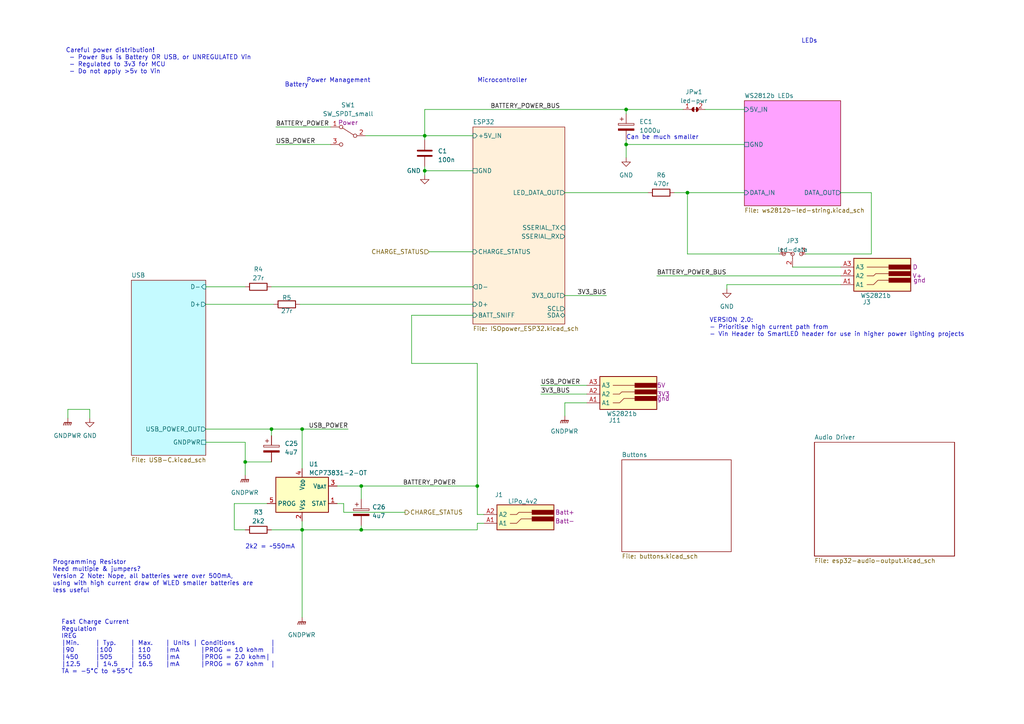
<source format=kicad_sch>
(kicad_sch (version 20230121) (generator eeschema)
  (paper "A4")
  (lib_symbols
    (symbol "000-edge-connectors-immo:2-pin-edge-touch" (in_bom no)
      (property "Reference" "J2" (at -6.35 7.62 0))
      (property "Value" "2-pin-edge-touch" (at 1.27 5.08 0))
      (property "PIN1" "1" (at 8.636 0 0))
      (property "PIN2" "2" (at 8.636 -2.032 0))
      (symbol "2-pin-edge-touch_0_1"
        (rectangle (start -8.89 3.175) (end 7.62 -4.064) (stroke (width 0.254)) (fill (type background)))
        (polyline (pts (xy -5.08 -1.27) (xy -3.175 -1.27) (xy -2.54 -1.905) (xy 1.27 -1.905)))
        (polyline (pts (xy -5.08 1.27) (xy -3.175 1.27) (xy -1.905 0) (xy 1.27 0)))
        (rectangle (start 1.27 -1.27) (end 7.62 -2.54) (fill (type color) (color 132 0 0 1)))
        (rectangle (start 1.27 0.635) (end 7.62 -0.635) (fill (type color) (color 132 0 0 1)))
      )
      (symbol "2-pin-edge-touch_1_1"
        (pin passive line (at -12.7 1.27 0) (length 3.81) (name "A1") (number "A1"))
        (pin passive line (at -12.7 -1.27 0) (length 3.81) (name "A2") (number "A2"))
      )
    )
    (symbol "000-edge-connectors-immo:3-pin-edge-touch" (in_bom no)
      (property "Reference" "J2" (at 1.905 8.89 0))
      (property "Value" "3-pin-edge-touch" (at 1.905 6.35 0))
      (property "PIN1" "1" (at 5.08 1.27 0))
      (property "PIN2" "2" (at 4.8952 -0.6961 0))
      (property "PIN3" "3" (at 5.08 -2.54 0))
      (symbol "3-pin-edge-touch_0_1"
        (rectangle (start -12.7 4.445) (end 3.81 -5.08) (stroke (width 0.254)) (fill (type background)))
        (rectangle (start -2.54 -1.905) (end 3.81 -3.175) (fill (type color) (color 132 0 0 1)))
        (rectangle (start -2.54 0) (end 3.81 -1.27) (fill (type color) (color 132 0 0 1)))
        (rectangle (start -2.54 1.905) (end 3.81 0.635) (fill (type color) (color 132 0 0 1)))
        (polyline (pts (xy -8.89 -2.54) (xy -2.54 -2.54)))
        (polyline (pts (xy -8.89 0) (xy -6.985 0) (xy -6.35 -0.635) (xy -2.54 -0.635)))
        (polyline (pts (xy -8.89 2.54) (xy -6.985 2.54) (xy -5.715 1.27) (xy -2.54 1.27)))
      )
      (symbol "3-pin-edge-touch_1_1"
        (pin passive line (at -16.51 2.54 0) (length 3.81) (name "A1") (number "A1"))
        (pin passive line (at -16.51 0 0) (length 3.81) (name "A2") (number "A2"))
        (pin passive line (at -16.51 -2.54 0) (length 3.81) (name "A3") (number "A3"))
      )
    )
    (symbol "000_Capacitor_Electrolytic_Immo:1000uF" (pin_numbers hide) (pin_names (offset 0.254))
      (property "Reference" "EC" (at 0.635 2.54 0))
      (property "Value" "1000uF" (at 0.635 -2.54 0))
      (symbol "1000uF_0_1"
        (rectangle (start -2.286 0.508) (end 2.286 1.016))
        (polyline (pts (xy -1.778 2.286) (xy -0.762 2.286)))
        (polyline (pts (xy -1.27 2.794) (xy -1.27 1.778)))
        (rectangle (start 2.286 -0.508) (end -2.286 -1.016) (fill (type outline)))
      )
      (symbol "1000uF_1_1"
        (pin passive line (at 0 3.81 270) (length 2.794) (name "~") (number "1"))
        (pin passive line (at 0 -3.81 90) (length 2.794) (name "~") (number "2"))
      )
    )
    (symbol "000_Capacitor_Film_Immo:100n" (pin_numbers hide) (pin_names (offset 0.254))
      (property "Reference" "C" (at 0.635 2.54 0))
      (property "Value" "100n" (at 0.635 -2.54 0))
      (symbol "100n_0_1"
        (polyline (pts (xy -2.032 -0.762) (xy 2.032 -0.762)) (stroke (width 0.508)))
        (polyline (pts (xy -2.032 0.762) (xy 2.032 0.762)) (stroke (width 0.508)))
      )
      (symbol "100n_1_1"
        (pin passive line (at 0 3.81 270) (length 2.794) (name "~") (number "1"))
        (pin passive line (at 0 -3.81 90) (length 2.794) (name "~") (number "2"))
      )
    )
    (symbol "000_Capacitor_Film_Immo:4u7_tantalum" (pin_numbers hide) (pin_names (offset 0.254))
      (property "Reference" "C" (at 0.635 2.54 0))
      (property "Value" "4u7_tantalum" (at 0.635 -2.54 0))
      (symbol "4u7_tantalum_0_1"
        (rectangle (start -2.286 -0.508) (end 2.286 -1.016) (fill (type outline)))
        (rectangle (start -2.286 0.508) (end 2.286 1.016))
        (polyline (pts (xy -1.778 2.286) (xy -0.762 2.286)))
        (polyline (pts (xy -1.27 2.794) (xy -1.27 1.778)))
      )
      (symbol "4u7_tantalum_1_1"
        (pin passive line (at 0 3.81 270) (length 2.794) (name "~") (number "1"))
        (pin passive line (at 0 -3.81 90) (length 2.794) (name "~") (number "2"))
      )
    )
    (symbol "000_Connectors_Immo:Jumper_2_Bridge_Small" (pin_names (offset 0) hide)
      (property "Reference" "JP" (at 0 2.794 0))
      (property "Value" "Jumper_2_Bridge_Small" (at 0 -3.175 0))
      (symbol "Jumper_2_Bridge_Small_0_1"
        (arc (start -0.0042 0.6351) (mid -0.6351 0.0057) (end -0.0155 -0.6349) (fill (type outline)))
        (polyline (pts (xy -1.27 0) (xy 0 0)) (stroke (width 0.09)))
        (polyline (pts (xy 0 0) (xy 0.635 0)))
        (polyline (pts (xy 0 0.635) (xy 0 -0.635)))
        (polyline (pts (xy 0.635 0.635) (xy 0.635 -0.635)))
        (arc (start 0.6392 -0.6351) (mid 1.2701 -0.0057) (end 0.6505 0.6349) (fill (type outline)))
      )
      (symbol "Jumper_2_Bridge_Small_1_1"
        (pin passive line (at -3.175 0 0) (length 2.54) (name "A") (number "1"))
        (pin passive line (at 3.175 0 180) (length 2.54) (name "B") (number "2"))
      )
    )
    (symbol "000_Connectors_Immo:Jumper_3_Bridged12" (pin_names (offset 0) hide)
      (property "Reference" "JP" (at -2.54 -2.54 0))
      (property "Value" "Jumper_3_Bridged12" (at 0 2.794 0))
      (symbol "Jumper_3_Bridged12_0_0"
        (circle (center -2.54 0) (radius 0.508))
        (circle (center 0 0) (radius 0.508))
        (circle (center 2.54 0) (radius 0.508))
      )
      (symbol "Jumper_3_Bridged12_0_1"
        (arc (start 0 -0.0807) (mid -1.27 0.4699) (end -2.54 -0.0807))
        (polyline (pts (xy 0 -1.27) (xy 0 -0.508)))
      )
      (symbol "Jumper_3_Bridged12_1_1"
        (pin passive line (at -3.81 0 0) (length 1.27) (name "A") (number "1"))
        (pin input line (at 0 -3.81 90) (length 2.54) (name "C") (number "2"))
        (pin passive line (at 3.81 0 180) (length 1.27) (name "B") (number "3"))
      )
    )
    (symbol "000_IC_immo:MCP73831-2-OT-batt-management"
      (property "Reference" "U" (at -7.62 6.35 0))
      (property "Value" "MCP73831-2-OT-batt-management" (at 1.27 6.35 0))
      (symbol "MCP73831-2-OT-batt-management_0_1"
        (rectangle (start -7.62 5.08) (end 7.62 -5.08) (stroke (width 0.254)) (fill (type background)))
      )
      (symbol "MCP73831-2-OT-batt-management_1_1"
        (pin output line (at 10.16 -2.54 180) (length 2.54) (name "STAT") (number "1"))
        (pin power_in line (at 0 -7.62 90) (length 2.54) (name "V_{SS}") (number "2"))
        (pin power_out line (at 10.16 2.54 180) (length 2.54) (name "V_{BAT}") (number "3"))
        (pin power_in line (at 0 7.62 270) (length 2.54) (name "V_{DD}") (number "4"))
        (pin input line (at -10.16 -2.54 0) (length 2.54) (name "PROG") (number "5"))
      )
    )
    (symbol "000_Resistors_Immo:27r" (pin_numbers hide) (pin_names (offset 0))
      (property "Reference" "R?" (at -2.54 3.81 0))
      (property "Value" "27r" (at -5.08 2.54 0))
      (symbol "27r_0_1"
        (rectangle (start 2.54 -1.016) (end -2.54 1.016) (stroke (width 0.254)))
      )
      (symbol "27r_1_1"
        (pin passive line (at -3.81 0 0) (length 1.27) (name "~") (number "1"))
        (pin passive line (at 3.81 0 180) (length 1.27) (name "~") (number "2"))
      )
    )
    (symbol "000_Resistors_Immo:2k2" (pin_numbers hide) (pin_names (offset 0))
      (property "Reference" "R?" (at -2.54 3.81 0))
      (property "Value" "2k2" (at -5.08 2.54 0))
      (symbol "2k2_0_1"
        (rectangle (start 2.54 -1.016) (end -2.54 1.016) (stroke (width 0.254)))
      )
      (symbol "2k2_1_1"
        (pin passive line (at -3.81 0 0) (length 1.27) (name "~") (number "1"))
        (pin passive line (at 3.81 0 180) (length 1.27) (name "~") (number "2"))
      )
    )
    (symbol "000_Resistors_Immo:470r" (pin_numbers hide) (pin_names (offset 0))
      (property "Reference" "R?" (at -2.54 3.81 0))
      (property "Value" "470r" (at -5.08 2.54 0))
      (symbol "470r_0_1"
        (rectangle (start 2.54 -1.016) (end -2.54 1.016) (stroke (width 0.254)))
      )
      (symbol "470r_1_1"
        (pin passive line (at -3.81 0 0) (length 1.27) (name "~") (number "1"))
        (pin passive line (at 3.81 0 180) (length 1.27) (name "~") (number "2"))
      )
    )
    (symbol "000_Switches_Immo:SW_SPDT_small" (pin_names (offset 0) hide)
      (property "Reference" "SW" (at 0 4.318 0))
      (property "Value" "SW_SPDT_small" (at 0 -5.08 0))
      (property "NAME" "Power" (at 0 0 0))
      (symbol "SW_SPDT_small_0_0"
        (circle (center -2.032 0) (radius 0.508))
        (circle (center 2.032 -2.54) (radius 0.508))
      )
      (symbol "SW_SPDT_small_0_1"
        (polyline (pts (xy -1.524 0.254) (xy 1.651 2.286)))
        (circle (center 2.032 2.54) (radius 0.508))
      )
      (symbol "SW_SPDT_small_1_1"
        (pin passive line (at 5.08 2.54 180) (length 2.54) (name "A") (number "1"))
        (pin passive line (at -5.08 0 0) (length 2.54) (name "B") (number "2"))
        (pin passive line (at 5.08 -2.54 180) (length 2.54) (name "C") (number "3"))
      )
    )
    (symbol "power:GND" (power) (pin_names (offset 0))
      (property "Value" "GND" (at 0 -3.81 0))
      (symbol "GND_0_1"
        (polyline (pts (xy 0 0) (xy 0 -1.27) (xy 1.27 -1.27) (xy 0 -2.54) (xy -1.27 -1.27) (xy 0 -1.27)))
      )
      (symbol "GND_1_1"
        (pin power_in line (at 0 0 270) (length 0) hide (name "GND") (number "1"))
      )
    )
    (symbol "power:GNDPWR" (power) (pin_names (offset 0))
      (property "Value" "GNDPWR" (at 0 -3.302 0))
      (symbol "GNDPWR_0_1"
        (polyline (pts (xy 0 -1.27) (xy 0 0)))
        (polyline (pts (xy -1.016 -1.27) (xy -1.27 -2.032) (xy -1.27 -2.032)) (stroke (width 0.2032)))
        (polyline (pts (xy -0.508 -1.27) (xy -0.762 -2.032) (xy -0.762 -2.032)) (stroke (width 0.2032)))
        (polyline (pts (xy 0 -1.27) (xy -0.254 -2.032) (xy -0.254 -2.032)) (stroke (width 0.2032)))
        (polyline (pts (xy 0.508 -1.27) (xy 0.254 -2.032) (xy 0.254 -2.032)) (stroke (width 0.2032)))
        (polyline (pts (xy 1.016 -1.27) (xy -1.016 -1.27) (xy -1.016 -1.27)) (stroke (width 0.2032)))
        (polyline (pts (xy 1.016 -1.27) (xy 0.762 -2.032) (xy 0.762 -2.032) (xy 0.762 -2.032)) (stroke (width 0.2032)))
      )
      (symbol "GNDPWR_1_1"
        (pin power_in line (at 0 0 270) (length 0) hide (name "GNDPWR") (number "1"))
      )
    )
  )
  (junction (at 87.63 124.46))
  (junction (at 199.39 55.88))
  (junction (at 104.775 153.67))
  (junction (at 123.19 49.53))
  (junction (at 71.12 133.985))
  (junction (at 181.61 31.75))
  (junction (at 181.61 41.91))
  (junction (at 104.775 140.97))
  (junction (at 138.43 140.97))
  (junction (at 123.19 39.37))
  (junction (at 78.74 124.46))
  (junction (at 87.63 153.67))
  (wire (pts (xy 140.335 149.225) (xy 138.43 149.225)))
  (wire (pts (xy 67.945 153.67) (xy 71.12 153.67)))
  (wire (pts (xy 26.035 121.285) (xy 26.035 118.745)))
  (wire (pts (xy 87.63 153.67) (xy 104.775 153.67)))
  (wire (pts (xy 252.73 55.88) (xy 243.84 55.88)))
  (wire (pts (xy 123.19 31.75) (xy 181.61 31.75)))
  (wire (pts (xy 181.61 41.91) (xy 181.61 45.72)))
  (wire (pts (xy 124.46 73.025) (xy 137.16 73.025)))
  (wire (pts (xy 104.775 153.67) (xy 138.43 153.67)))
  (wire (pts (xy 138.43 151.765) (xy 138.43 153.67)))
  (wire (pts (xy 99.695 146.05) (xy 97.79 146.05)))
  (wire (pts (xy 181.61 31.75) (xy 181.61 33.02)))
  (wire (pts (xy 199.39 55.88) (xy 199.39 73.66)))
  (wire (pts (xy 71.12 128.27) (xy 59.69 128.27)))
  (wire (pts (xy 117.475 148.59) (xy 99.695 148.59)))
  (wire (pts (xy 78.74 153.67) (xy 87.63 153.67)))
  (wire (pts (xy 59.69 124.46) (xy 78.74 124.46)))
  (wire (pts (xy 106.045 39.37) (xy 123.19 39.37)))
  (wire (pts (xy 78.74 124.46) (xy 78.74 126.365)))
  (wire (pts (xy 104.775 140.97) (xy 138.43 140.97)))
  (wire (pts (xy 123.19 48.26) (xy 123.19 49.53)))
  (wire (pts (xy 87.63 153.67) (xy 87.63 179.07)))
  (wire (pts (xy 123.19 39.37) (xy 123.19 40.64)))
  (wire (pts (xy 71.12 133.985) (xy 71.12 137.795)))
  (wire (pts (xy 199.39 73.66) (xy 226.06 73.66)))
  (wire (pts (xy 99.695 148.59) (xy 99.695 146.05)))
  (wire (pts (xy 138.43 105.41) (xy 119.38 105.41)))
  (wire (pts (xy 252.73 73.66) (xy 252.73 55.88)))
  (wire (pts (xy 123.19 39.37) (xy 137.16 39.37)))
  (wire (pts (xy 199.39 55.88) (xy 215.9 55.88)))
  (wire (pts (xy 190.5 80.01) (xy 243.84 80.01)))
  (wire (pts (xy 87.63 124.46) (xy 87.63 135.89)))
  (wire (pts (xy 71.12 128.27) (xy 71.12 133.985)))
  (wire (pts (xy 204.47 31.75) (xy 215.9 31.75)))
  (wire (pts (xy 215.9 41.91) (xy 181.61 41.91)))
  (wire (pts (xy 19.685 118.745) (xy 26.035 118.745)))
  (wire (pts (xy 19.685 118.745) (xy 19.685 121.285)))
  (wire (pts (xy 67.945 146.05) (xy 67.945 153.67)))
  (wire (pts (xy 210.82 82.55) (xy 210.82 83.82)))
  (wire (pts (xy 71.12 133.985) (xy 78.74 133.985)))
  (wire (pts (xy 87.63 151.13) (xy 87.63 153.67)))
  (wire (pts (xy 104.775 152.4) (xy 104.775 153.67)))
  (wire (pts (xy 104.775 140.97) (xy 104.775 144.78)))
  (wire (pts (xy 59.69 83.185) (xy 71.12 83.185)))
  (wire (pts (xy 138.43 140.97) (xy 138.43 149.225)))
  (wire (pts (xy 195.58 55.88) (xy 199.39 55.88)))
  (wire (pts (xy 59.69 88.265) (xy 79.375 88.265)))
  (wire (pts (xy 119.38 91.44) (xy 137.16 91.44)))
  (wire (pts (xy 86.995 88.265) (xy 137.16 88.265)))
  (wire (pts (xy 67.945 146.05) (xy 77.47 146.05)))
  (wire (pts (xy 156.845 114.3) (xy 170.18 114.3)))
  (wire (pts (xy 78.74 83.185) (xy 137.16 83.185)))
  (wire (pts (xy 119.38 105.41) (xy 119.38 91.44)))
  (wire (pts (xy 78.74 124.46) (xy 87.63 124.46)))
  (wire (pts (xy 100.965 124.46) (xy 87.63 124.46)))
  (wire (pts (xy 123.19 31.75) (xy 123.19 39.37)))
  (wire (pts (xy 156.845 111.76) (xy 170.18 111.76)))
  (wire (pts (xy 163.83 120.65) (xy 163.83 116.84)))
  (wire (pts (xy 123.19 49.53) (xy 137.16 49.53)))
  (wire (pts (xy 210.82 82.55) (xy 243.84 82.55)))
  (wire (pts (xy 140.335 151.765) (xy 138.43 151.765)))
  (wire (pts (xy 233.68 73.66) (xy 252.73 73.66)))
  (wire (pts (xy 163.83 85.725) (xy 175.895 85.725)))
  (wire (pts (xy 229.87 77.47) (xy 243.84 77.47)))
  (wire (pts (xy 138.43 140.97) (xy 138.43 105.41)))
  (wire (pts (xy 163.83 55.88) (xy 187.96 55.88)))
  (wire (pts (xy 80.01 36.83) (xy 95.885 36.83)))
  (wire (pts (xy 181.61 31.75) (xy 198.12 31.75)))
  (wire (pts (xy 123.19 49.53) (xy 123.19 50.8)))
  (wire (pts (xy 80.01 41.91) (xy 95.885 41.91)))
  (wire (pts (xy 97.79 140.97) (xy 104.775 140.97)))
  (wire (pts (xy 181.61 40.64) (xy 181.61 41.91)))
  (wire (pts (xy 163.83 116.84) (xy 170.18 116.84)))
  (text "Fast Charge Current\nRegulation\nIREG\n|Min. 	| Typ. 	| Max. 	| Units | Conditions	|\n|90 	|100	| 110 	|mA 	|PROG = 10 kohm	|\n|450 	|505	| 550	|mA		|PROG = 2.0 kohm|\n|12.5	| 14.5	| 16.5	|mA		|PROG = 67 kohm	|\nTA = -5°C to +55°C" (at 17.78 195.58 0) (effects (font (size 1.27 1.27)) (justify left bottom)))
  (text "LEDs" (at 232.41 12.7 0) (effects (font (size 1.27 1.27)) (justify left bottom)))
  (text "Microcontroller" (at 138.43 24.13 0) (effects (font (size 1.27 1.27)) (justify left bottom)))
  (text "Programming Resistor\nNeed multiple & jumpers?\nVersion 2 Note: Nope, all batteries were over 500mA,\nusing with high current draw of WLED smaller batteries are\nless useful" (at 15.24 172.085 0) (effects (font (size 1.27 1.27)) (justify left bottom)))
  (text "Careful power distribution!\n - Power Bus is Battery OR USB, or UNREGULATED Vin\n - Regulated to 3v3 for MCU\n - Do not apply >5v to Vin" (at 19.05 21.59 0) (effects (font (size 1.27 1.27)) (justify left bottom)))
  (text "Can be much smaller" (at 181.61 40.64 0) (effects (font (size 1.27 1.27)) (justify left bottom)))
  (text "Battery" (at 82.55 25.4 0) (effects (font (size 1.27 1.27)) (justify left bottom)))
  (text "2k2 = ~550mA" (at 71.12 159.385 0) (effects (font (size 1.27 1.27)) (justify left bottom)))
  (text "Power Management" (at 88.9 24.13 0) (effects (font (size 1.27 1.27)) (justify left bottom)))
  (text "VERSION 2.0:\n- Prioritise high current path from \n- Vin Header to SmartLED header for use in higher power lighting projects\n" (at 205.74 97.79 0) (effects (font (size 1.27 1.27)) (justify left bottom)))
  (label "BATTERY_POWER" (at 80.01 36.83 0))
  (label "3V3_BUS" (at 156.845 114.3 0))
  (label "USB_POWER" (at 80.01 41.91 0))
  (label "3V3_BUS" (at 175.895 85.725 180))
  (label "USB_POWER" (at 156.845 111.76 0))
  (label "USB_POWER" (at 100.965 124.46 180))
  (label "BATTERY_POWER" (at 116.84 140.97 0))
  (label "BATTERY_POWER_BUS" (at 190.5 80.01 0))
  (label "BATTERY_POWER_BUS" (at 142.24 31.75 0))
  (hierarchical_label "CHARGE_STATUS" (shape output) (at 117.475 148.59 0))
  (hierarchical_label "CHARGE_STATUS" (shape input) (at 124.46 73.025 180))
  (symbol (lib_id "000_Resistors_Immo:27r") (at 74.93 83.185 180) (unit 1)
    (property "Reference" "R4" (at 74.93 78.105 0))
    (property "Value" "27r" (at 74.93 80.645 0))
    (property "Footprint" "Resistor_SMD:R_0805_2012Metric_Pad1.20x1.40mm_HandSolder" (effects hide))
    (property "JLCpart" "C779975" (effects hide))
    (property "Cost" "0.002" (effects hide))
  )
  (symbol (lib_id "000_Capacitor_Electrolytic_Immo:1000uF") (at 181.61 36.83 0) (unit 1)
    (property "Reference" "EC1" (at 185.42 35.306 0) (effects (justify left)))
    (property "Value" "1000u" (at 185.42 37.846 0) (effects (justify left)))
    (property "Footprint" "Capacitor_SMD:CP_Elec_10x10" (effects hide))
    (property "JLCpart" "C134726" (effects hide))
    (property "Cost" "0.1866" (effects hide))
  )
  (symbol (lib_id "power:GND") (at 26.035 121.285 0) (unit 1)
    (property "Reference" "#PWR09" (effects hide))
    (property "Value" "GND" (at 26.035 126.365 0))
  )
  (symbol (lib_id "000_Resistors_Immo:470r") (at 191.77 55.88 180) (unit 1)
    (property "Reference" "R6" (at 191.77 50.8 0))
    (property "Value" "470r" (at 191.77 53.34 0))
    (property "Footprint" "Resistor_SMD:R_0805_2012Metric_Pad1.20x1.40mm_HandSolder" (effects hide))
    (property "JLCpart" "C280020" (effects hide))
    (property "Cost" "0.0027" (effects hide))
  )
  (symbol (lib_id "power:GND") (at 123.19 50.8 0) (unit 1)
    (property "Reference" "#PWR03" (effects hide))
    (property "Value" "GND" (at 120.015 49.53 0))
  )
  (symbol (lib_id "power:GND") (at 181.61 45.72 0) (unit 1)
    (property "Reference" "#PWR04" (effects hide))
    (property "Value" "GND" (at 181.61 50.8 0))
  )
  (symbol (lib_id "000_Connectors_Immo:Jumper_2_Bridge_Small") (at 201.295 31.75 0) (unit 1) (in_bom no)
    (property "Reference" "JPw1" (at 201.2725 26.67 0))
    (property "Value" "led-pwr" (at 201.2725 29.21 0))
    (property "Footprint" "Jumper:SolderJumper-2_P1.3mm_Bridged_RoundedPad1.0x1.5mm" (effects hide))
  )
  (symbol (lib_id "power:GNDPWR") (at 71.12 137.795 0) (unit 1)
    (property "Reference" "#PWR01" (effects hide))
    (property "Value" "GNDPWR" (at 70.993 142.875 0))
  )
  (symbol (lib_id "000_Switches_Immo:SW_SPDT_small") (at 100.965 39.37 0) (mirror y) (unit 1)
    (property "Reference" "SW1" (at 100.965 30.48 0))
    (property "Value" "SW_SPDT_small" (at 100.965 33.02 0))
    (property "Footprint" "000_Switches_Immo:SW_SPDT_PCM12" (effects hide))
    (property "NAME" "Power" (at 100.965 35.56 0))
    (property "JLCpart" "C221841" (effects hide))
    (property "Cost" "0.4487" (effects hide))
  )
  (symbol (lib_id "000_Connectors_Immo:Jumper_3_Bridged12") (at 229.87 73.66 0) (unit 1) (in_bom no)
    (property "Reference" "JP3" (at 229.87 69.85 0))
    (property "Value" "led-data" (at 229.87 72.39 0))
    (property "Footprint" "Jumper:SolderJumper-3_P1.3mm_Bridged12_RoundedPad1.0x1.5mm" (effects hide))
  )
  (symbol (lib_id "power:GNDPWR") (at 19.685 121.285 0) (unit 1)
    (property "Reference" "#PWR08" (effects hide))
    (property "Value" "GNDPWR" (at 19.558 126.365 0))
  )
  (symbol (lib_id "power:GNDPWR") (at 87.63 179.07 0) (unit 1)
    (property "Reference" "#PWR02" (effects hide))
    (property "Value" "GNDPWR" (at 87.503 184.15 0))
  )
  (symbol (lib_id "000_Capacitor_Film_Immo:100n") (at 123.19 44.45 0) (unit 1)
    (property "Reference" "C1" (at 127 43.815 0) (effects (justify left)))
    (property "Value" "100n" (at 127 46.355 0) (effects (justify left)))
    (property "Footprint" "000_Capacitors_Immo:C_0805_2012_HandSolder_kawaii" (effects hide))
    (property "JLCpart" "C779975" (effects hide))
    (property "Cost" "0.02" (effects hide))
  )
  (symbol (lib_id "power:GND") (at 210.82 83.82 0) (unit 1)
    (property "Reference" "#PWR05" (effects hide))
    (property "Value" "GND" (at 210.82 88.9 0))
  )
  (symbol (lib_id "000-edge-connectors-immo:3-pin-edge-touch") (at 186.69 114.3 0) (mirror x) (unit 1) (in_bom no)
    (property "Reference" "J11" (at 176.53 121.92 0) (effects (justify left)))
    (property "Value" "WS2821b" (at 175.895 120.015 0) (effects (justify left)))
    (property "Footprint" "000-edge-connectors-immo:3-pin-edge" (effects hide))
    (property "Datasheet" "http://www.ritrontek.com/uploadfile/2016/1026/20161026105231124.pdf#page=63" (effects hide))
    (property "PIN1" "gnd" (at 192.405 115.57 0))
    (property "PIN2" "3V3" (at 192.405 114.3 0))
    (property "PIN3" "5V" (at 191.77 111.76 0))
  )
  (symbol (lib_id "000-edge-connectors-immo:3-pin-edge-touch") (at 260.35 80.01 0) (mirror x) (unit 1) (in_bom no)
    (property "Reference" "J3" (at 250.19 87.63 0) (effects (justify left)))
    (property "Value" "WS2821b" (at 249.555 85.725 0) (effects (justify left)))
    (property "Footprint" "000-edge-connectors-immo:3-pin-edge" (effects hide))
    (property "Datasheet" "http://www.ritrontek.com/uploadfile/2016/1026/20161026105231124.pdf#page=63" (effects hide))
    (property "PIN1" "gnd" (at 266.7 81.28 0))
    (property "PIN2" "V+" (at 266.065 80.01 0))
    (property "PIN3" "D" (at 265.43 77.47 0))
  )
  (symbol (lib_id "power:GNDPWR") (at 163.83 120.65 0) (unit 1)
    (property "Reference" "#PWR010" (effects hide))
    (property "Value" "GNDPWR" (at 163.703 125.095 0))
  )
  (symbol (lib_id "000_Resistors_Immo:27r") (at 83.185 88.265 180) (unit 1)
    (property "Reference" "R5" (at 83.185 86.36 0))
    (property "Value" "27r" (at 83.185 90.17 0))
    (property "Footprint" "Resistor_SMD:R_0805_2012Metric_Pad1.20x1.40mm_HandSolder" (effects hide))
    (property "JLCpart" "C779975" (effects hide))
    (property "Cost" "0.002" (effects hide))
  )
  (symbol (lib_id "000_Resistors_Immo:2k2") (at 74.93 153.67 0) (unit 1)
    (property "Reference" "R3" (at 74.93 148.59 0))
    (property "Value" "2k2" (at 74.93 151.13 0))
    (property "Footprint" "Resistor_SMD:R_0805_2012Metric_Pad1.20x1.40mm_HandSolder" (effects hide))
    (property "JLCpart" "C325769" (effects hide))
    (property "Cost" "0.0047" (effects hide))
  )
  (symbol (lib_id "000_Capacitor_Film_Immo:4u7_tantalum") (at 78.74 130.175 0) (unit 1)
    (property "Reference" "C25" (at 82.55 128.651 0) (effects (justify left)))
    (property "Value" "4u7" (at 82.55 131.191 0) (effects (justify left)))
    (property "Footprint" "Capacitor_Tantalum_SMD:CP_EIA-2012-12_Kemet-R_Pad1.30x1.05mm_HandSolder" (effects hide))
    (property "JLCpart" "C1954175" (effects hide))
    (property "Cost" "0.0994" (effects hide))
  )
  (symbol (lib_id "000_IC_immo:MCP73831-2-OT-batt-management") (at 87.63 143.51 0) (unit 1)
    (property "Reference" "U1" (at 89.5859 134.62 0) (effects (justify left)))
    (property "Value" "MCP73831-2-OT" (at 89.5859 137.16 0) (effects (justify left)))
    (property "Footprint" "Package_TO_SOT_SMD:SOT-23-5" (effects hide))
    (property "Datasheet" "http://ww1.microchip.com/downloads/en/DeviceDoc/20001984g.pdf" (effects hide))
    (property "JLCpart" "C424093" (effects hide))
    (property "Cost" "0.778" (effects hide))
  )
  (symbol (lib_id "000-edge-connectors-immo:2-pin-edge-touch") (at 153.035 150.495 0) (mirror x) (unit 1) (in_bom no)
    (property "Reference" "J1" (at 143.51 143.51 0) (effects (justify left)))
    (property "Value" "LiPo_4v2" (at 147.32 145.415 0) (effects (justify left)))
    (property "Footprint" "000-edge-connectors-immo:2-pin-edge" (effects hide))
    (property "Datasheet" "http://www.ritrontek.com/uploadfile/2016/1026/20161026105231124.pdf#page=63" (effects hide))
    (property "PIN1" "Batt-" (at 163.83 151.13 0))
    (property "PIN2" "Batt+" (at 163.83 148.59 0))
  )
  (symbol (lib_id "000_Capacitor_Film_Immo:4u7_tantalum") (at 104.775 148.59 0) (unit 1)
    (property "Reference" "C26" (at 107.95 147.066 0) (effects (justify left)))
    (property "Value" "4u7" (at 107.95 149.606 0) (effects (justify left)))
    (property "Footprint" "Capacitor_Tantalum_SMD:CP_EIA-2012-12_Kemet-R_Pad1.30x1.05mm_HandSolder" (effects hide))
    (property "JLCpart" "C1954175" (effects hide))
    (property "Cost" "0.0994" (effects hide))
  )
  (sheet (at 236.22 128.27) (size 40.64 33.02) (stroke (width 0.1524))
    (property "Sheetname" "Audio Driver" (at 236.22 127.5584 0) (effects (justify left bottom)))
    (property "Sheetfile" "esp32-audio-output.kicad_sch" (at 236.22 161.8746 0) (effects (justify left top)))
  )
  (sheet (at 215.9 29.21) (size 27.94 30.48) (stroke (width 0.1524)) (fill (color 253 44 255 0.4400))
    (property "Sheetname" "WS2812b LEDs" (at 215.9 28.4984 0) (effects (justify left bottom)))
    (property "Sheetfile" "ws2812b-led-string.kicad_sch" (at 215.9 60.2746 0) (effects (justify left top)))
    (pin "DATA_IN" input (at 215.9 55.88 180))
    (pin "DATA_OUT" output (at 243.84 55.88 0))
    (pin "5V_IN" input (at 215.9 31.75 180))
    (pin "GND" passive (at 215.9 41.91 180))
  )
  (sheet (at 180.34 133.35) (size 31.75 26.67) (stroke (width 0.1524))
    (property "Sheetname" "Buttons" (at 180.34 132.6384 0) (effects (justify left bottom)))
    (property "Sheetfile" "buttons.kicad_sch" (at 180.34 160.6046 0) (effects (justify left top)))
  )
  (sheet (at 38.1 81.28) (size 21.59 50.8) (stroke (width 0.1524)) (fill (color 61 236 255 0.3000))
    (property "Sheetname" "USB" (at 38.1 80.5684 0) (effects (justify left bottom)))
    (property "Sheetfile" "USB-C.kicad_sch" (at 38.1 132.6646 0) (effects (justify left top)))
    (pin "D-" input (at 59.69 83.185 0))
    (pin "D+" output (at 59.69 88.265 0))
    (pin "GNDPWR" passive (at 59.69 128.27 0))
    (pin "USB_POWER_OUT" output (at 59.69 124.46 0))
  )
  (sheet (at 137.16 36.83) (size 26.67 57.15) (stroke (width 0.1524)) (fill (color 255 182 70 0.2000))
    (property "Sheetname" "ESP32" (at 137.16 36.1184 0) (effects (justify left bottom)))
    (property "Sheetfile" "ISOpower_ESP32.kicad_sch" (at 137.16 94.5646 0) (effects (justify left top)))
    (pin "SSERIAL_TX" input (at 163.83 66.04 0))
    (pin "SSERIAL_RX" output (at 163.83 68.58 0))
    (pin "+5V_IN" input (at 137.16 39.37 180))
    (pin "3V3_OUT" output (at 163.83 85.725 0))
    (pin "GND" passive (at 137.16 49.53 180))
    (pin "D-" output (at 137.16 83.185 180))
    (pin "D+" input (at 137.16 88.265 180))
    (pin "LED_DATA_OUT" output (at 163.83 55.88 0))
    (pin "CHARGE_STATUS" input (at 137.16 73.025 180))
    (pin "BATT_SNIFF" input (at 137.16 91.44 180))
    (pin "SCL" output (at 163.83 89.535 0))
    (pin "SDA" bidirectional (at 163.83 91.44 0))
  )
)
</source>
